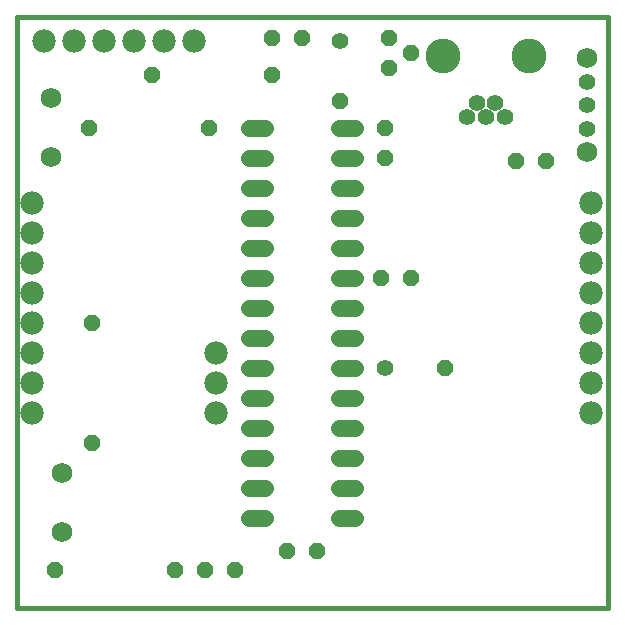
<source format=gts>
G75*
%MOIN*%
%OFA0B0*%
%FSLAX25Y25*%
%IPPOS*%
%LPD*%
%AMOC8*
5,1,8,0,0,1.08239X$1,22.5*
%
%ADD10C,0.01600*%
%ADD11C,0.05600*%
%ADD12OC8,0.05600*%
%ADD13C,0.07800*%
%ADD14C,0.05600*%
%ADD15C,0.05550*%
%ADD16C,0.11620*%
%ADD17C,0.06896*%
D10*
X0021800Y0021800D02*
X0218650Y0021800D01*
X0218650Y0218650D01*
X0021800Y0218650D01*
X0021800Y0021800D01*
D11*
X0144300Y0101800D03*
X0129300Y0210550D03*
D12*
X0116800Y0211800D03*
X0106800Y0211800D03*
X0106800Y0199300D03*
X0129300Y0190550D03*
X0144300Y0181800D03*
X0144300Y0171800D03*
X0145550Y0201800D03*
X0153050Y0206800D03*
X0145550Y0211800D03*
X0188050Y0170550D03*
X0198050Y0170550D03*
X0153050Y0131800D03*
X0143050Y0131800D03*
X0164300Y0101800D03*
X0121800Y0040550D03*
X0111800Y0040550D03*
X0094300Y0034300D03*
X0084300Y0034300D03*
X0074300Y0034300D03*
X0034300Y0034300D03*
X0046800Y0076800D03*
X0046800Y0116800D03*
X0045550Y0181800D03*
X0066800Y0199300D03*
X0085550Y0181800D03*
D13*
X0080550Y0210550D03*
X0070550Y0210550D03*
X0060550Y0210550D03*
X0050550Y0210550D03*
X0040550Y0210550D03*
X0030550Y0210550D03*
X0026800Y0156800D03*
X0026800Y0146800D03*
X0026800Y0136800D03*
X0026800Y0126800D03*
X0026800Y0116800D03*
X0026800Y0106800D03*
X0026800Y0096800D03*
X0026800Y0086800D03*
X0088050Y0086800D03*
X0088050Y0096800D03*
X0088050Y0106800D03*
X0213050Y0106800D03*
X0213050Y0096800D03*
X0213050Y0086800D03*
X0213050Y0116800D03*
X0213050Y0126800D03*
X0213050Y0136800D03*
X0213050Y0146800D03*
X0213050Y0156800D03*
D14*
X0134400Y0151800D02*
X0129200Y0151800D01*
X0129200Y0141800D02*
X0134400Y0141800D01*
X0134400Y0131800D02*
X0129200Y0131800D01*
X0129200Y0121800D02*
X0134400Y0121800D01*
X0134400Y0111800D02*
X0129200Y0111800D01*
X0129200Y0101800D02*
X0134400Y0101800D01*
X0134400Y0091800D02*
X0129200Y0091800D01*
X0129200Y0081800D02*
X0134400Y0081800D01*
X0134400Y0071800D02*
X0129200Y0071800D01*
X0129200Y0061800D02*
X0134400Y0061800D01*
X0134400Y0051800D02*
X0129200Y0051800D01*
X0104400Y0051800D02*
X0099200Y0051800D01*
X0099200Y0061800D02*
X0104400Y0061800D01*
X0104400Y0071800D02*
X0099200Y0071800D01*
X0099200Y0081800D02*
X0104400Y0081800D01*
X0104400Y0091800D02*
X0099200Y0091800D01*
X0099200Y0101800D02*
X0104400Y0101800D01*
X0104400Y0111800D02*
X0099200Y0111800D01*
X0099200Y0121800D02*
X0104400Y0121800D01*
X0104400Y0131800D02*
X0099200Y0131800D01*
X0099200Y0141800D02*
X0104400Y0141800D01*
X0104400Y0151800D02*
X0099200Y0151800D01*
X0099200Y0161800D02*
X0104400Y0161800D01*
X0104400Y0171800D02*
X0099200Y0171800D01*
X0099200Y0181800D02*
X0104400Y0181800D01*
X0129200Y0181800D02*
X0134400Y0181800D01*
X0134400Y0171800D02*
X0129200Y0171800D01*
X0129200Y0161800D02*
X0134400Y0161800D01*
D15*
X0171751Y0185471D03*
X0174900Y0190196D03*
X0178050Y0185471D03*
X0181200Y0190196D03*
X0184349Y0185471D03*
X0211800Y0189300D03*
X0211800Y0181426D03*
X0211800Y0197174D03*
D16*
X0192420Y0205550D03*
X0163680Y0205550D03*
D17*
X0211800Y0205048D03*
X0211800Y0173552D03*
X0036800Y0066643D03*
X0036800Y0046957D03*
X0033050Y0171957D03*
X0033050Y0191643D03*
M02*

</source>
